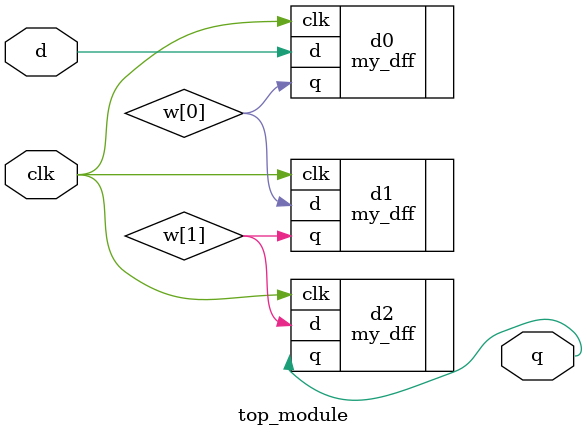
<source format=v>
module top_module ( input clk, input d, output q );
wire w[1:0];
    
    my_dff d0(.q(w[0]), .d(d), .clk(clk));
    my_dff d1(.q(w[1]), .d(w[0]), .clk(clk));
    my_dff d2(.q(q), .d(w[1]), .clk(clk));
    
endmodule

</source>
